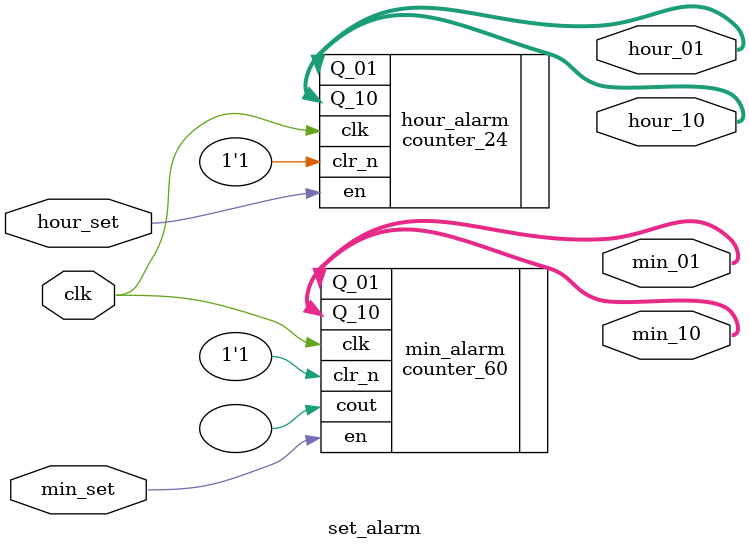
<source format=v>
module set_alarm
(
    input       clk,
    input       min_set,
    input       hour_set,
    // output wire alarm_set,
    output wire [3:0] min_01,
    output wire [3:0] min_10,
    output wire [3:0] hour_01,
    output wire [3:0] hour_10
);
    // assign alarm_set = min_set || hour_set;

    counter_60 min_alarm
    (
        .clk        (clk),
        .clr_n      (1'b1),
        .en         (min_set),
        .Q_01       (min_01),
        .Q_10       (min_10),
        .cout       ()
    );

    counter_24 hour_alarm
    (
        .clk        (clk),
        .clr_n      (1'b1),
        .en         (hour_set),
        .Q_01       (hour_01),
        .Q_10       (hour_10)
    );


endmodule
</source>
